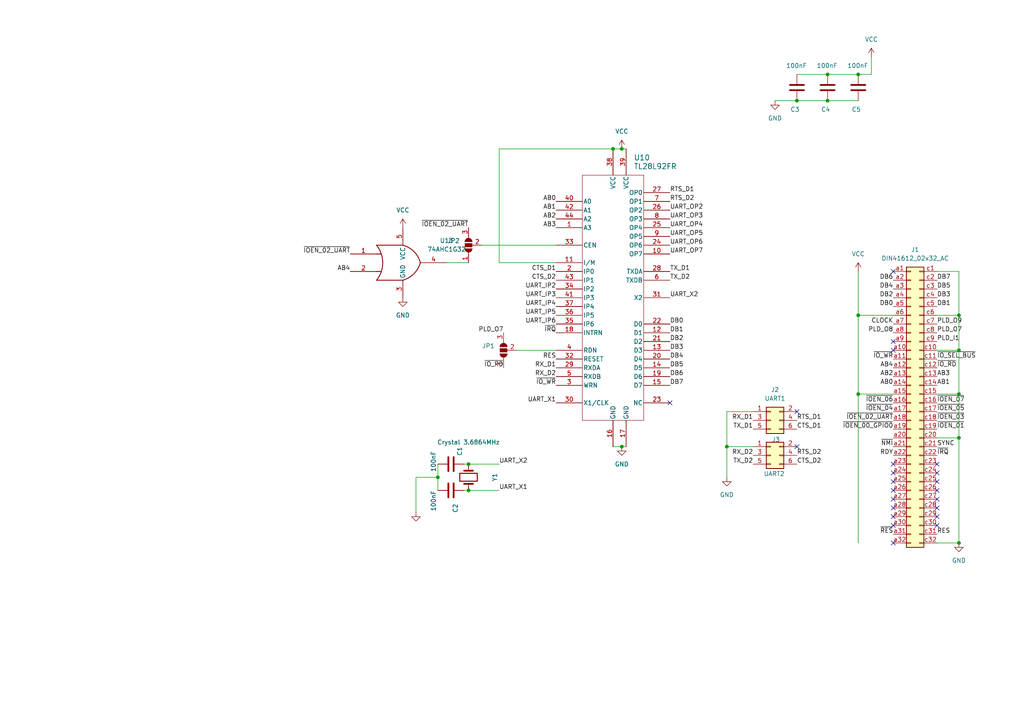
<source format=kicad_sch>
(kicad_sch (version 20250114) (generator "eeschema") (generator_version "9.0")
  (paper "A4")
  (lib_symbols
    (symbol "2024-09-25_17-04-06:TL28L92FR" (pin_names (offset 0.254))
      (property "Reference" "U" (at 29.21 12.7 0))
      (property "Value" "TL28L92FR" (at 30.48 10.16 0))
      (symbol "TL28L92FR_1_1"
        (polyline (pts (xy 7.62 7.62) (xy 7.62 -63.5)) (stroke (width 0.127)))
        (polyline (pts (xy 7.62 -63.5) (xy 25.4 -63.5)) (stroke (width 0.127)))
        (polyline (pts (xy 25.4 7.62) (xy 7.62 7.62)) (stroke (width 0.127)))
        (polyline (pts (xy 25.4 -63.5) (xy 25.4 7.62)) (stroke (width 0.127)))
        (pin input line (at 0 0 0) (length 7.62) (name "A0") (number "40"))
        (pin input line (at 0 -2.54 0) (length 7.62) (name "A1") (number "42"))
        (pin input line (at 0 -5.08 0) (length 7.62) (name "A2") (number "44"))
        (pin input line (at 0 -7.62 0) (length 7.62) (name "A3") (number "1"))
        (pin input line (at 0 -12.7 0) (length 7.62) (name "CEN") (number "33"))
        (pin input line (at 0 -17.78 0) (length 7.62) (name "I/M") (number "11"))
        (pin input line (at 0 -20.32 0) (length 7.62) (name "IP0") (number "2"))
        (pin input line (at 0 -22.86 0) (length 7.62) (name "IP1") (number "43"))
        (pin input line (at 0 -25.4 0) (length 7.62) (name "IP2") (number "34"))
        (pin input line (at 0 -27.94 0) (length 7.62) (name "IP3") (number "41"))
        (pin input line (at 0 -30.48 0) (length 7.62) (name "IP4") (number "37"))
        (pin input line (at 0 -33.02 0) (length 7.62) (name "IP5") (number "36"))
        (pin input line (at 0 -35.56 0) (length 7.62) (name "IP6") (number "35"))
        (pin output line (at 0 -38.1 0) (length 7.62) (name "INTRN") (number "18"))
        (pin input line (at 0 -43.18 0) (length 7.62) (name "RDN") (number "4"))
        (pin input line (at 0 -45.72 0) (length 7.62) (name "RESET") (number "32"))
        (pin input line (at 0 -48.26 0) (length 7.62) (name "RXDA") (number "29"))
        (pin input line (at 0 -50.8 0) (length 7.62) (name "RXDB") (number "5"))
        (pin input line (at 0 -53.34 0) (length 7.62) (name "WRN") (number "3"))
        (pin input line (at 0 -58.42 0) (length 7.62) (name "X1/CLK") (number "30"))
        (pin power_in line (at 16.51 15.24 270) (length 7.62) (name "VCC") (number "38"))
        (pin power_in line (at 16.51 -71.12 90) (length 7.62) (name "GND") (number "16"))
        (pin power_in line (at 20.32 15.24 270) (length 7.62) (name "VCC") (number "39"))
        (pin power_in line (at 20.32 -71.12 90) (length 7.62) (name "GND") (number "17"))
        (pin output line (at 33.02 2.54 180) (length 7.62) (name "OP0") (number "27"))
        (pin output line (at 33.02 0 180) (length 7.62) (name "OP1") (number "7"))
        (pin output line (at 33.02 -2.54 180) (length 7.62) (name "OP2") (number "26"))
        (pin output line (at 33.02 -5.08 180) (length 7.62) (name "OP3") (number "8"))
        (pin output line (at 33.02 -7.62 180) (length 7.62) (name "OP4") (number "25"))
        (pin output line (at 33.02 -10.16 180) (length 7.62) (name "OP5") (number "9"))
        (pin output line (at 33.02 -12.7 180) (length 7.62) (name "OP6") (number "24"))
        (pin output line (at 33.02 -15.24 180) (length 7.62) (name "OP7") (number "10"))
        (pin output line (at 33.02 -20.32 180) (length 7.62) (name "TXDA") (number "28"))
        (pin output line (at 33.02 -22.86 180) (length 7.62) (name "TXDB") (number "6"))
        (pin output line (at 33.02 -27.94 180) (length 7.62) (name "X2") (number "31"))
        (pin bidirectional line (at 33.02 -35.56 180) (length 7.62) (name "D0") (number "22"))
        (pin bidirectional line (at 33.02 -38.1 180) (length 7.62) (name "D1") (number "12"))
        (pin bidirectional line (at 33.02 -40.64 180) (length 7.62) (name "D2") (number "21"))
        (pin bidirectional line (at 33.02 -43.18 180) (length 7.62) (name "D3") (number "13"))
        (pin bidirectional line (at 33.02 -45.72 180) (length 7.62) (name "D4") (number "20"))
        (pin bidirectional line (at 33.02 -48.26 180) (length 7.62) (name "D5") (number "14"))
        (pin bidirectional line (at 33.02 -50.8 180) (length 7.62) (name "D6") (number "19"))
        (pin bidirectional line (at 33.02 -53.34 180) (length 7.62) (name "D7") (number "15"))
        (pin unspecified line (at 33.02 -58.42 180) (length 7.62) (name "NC") (number "23"))
      )
    )
    (symbol "74xGxx:74AHC1G32"
      (property "Reference" "U" (at -2.54 3.81 0))
      (property "Value" "74AHC1G32" (at 0 -3.81 0))
      (symbol "74AHC1G32_0_1"
        (arc (start -7.62 5.08) (mid -5.838 0) (end -7.62 -5.08) (stroke (width 0.254)))
        (polyline (pts (xy -7.62 2.54) (xy -6.35 2.54)) (stroke (width 0.254)) (fill (type background)))
        (polyline (pts (xy -7.62 -2.54) (xy -6.35 -2.54)) (stroke (width 0.254)) (fill (type background)))
        (arc (start 5.08 0) (mid 3.202 -3.202) (end 0 -5.08) (stroke (width 0.254)))
        (arc (start 0 5.08) (mid 3.2271 3.2271) (end 5.08 0) (stroke (width 0.254)))
        (polyline (pts (xy 0 5.08) (xy -7.62 5.08)) (stroke (width 0.254)) (fill (type background)))
        (polyline (pts (xy 0 -5.08) (xy -7.62 -5.08)) (stroke (width 0.254)) (fill (type background)))
      )
      (symbol "74AHC1G32_1_1"
        (pin input line (at -15.24 2.54 0) (length 7.62) (name "~") (number "1"))
        (pin input line (at -15.24 -2.54 0) (length 7.62) (name "~") (number "2"))
        (pin power_in line (at 0 10.16 270) (length 5.08) (name "VCC") (number "5"))
        (pin power_in line (at 0 -10.16 90) (length 5.08) (name "GND") (number "3"))
        (pin output line (at 12.7 0 180) (length 7.62) (name "~") (number "4"))
      )
    )
    (symbol "Connector:DIN41612_02x32_AC" (pin_names (offset 1.016) (hide yes))
      (property "Reference" "J" (at 1.27 40.64 0))
      (property "Value" "DIN41612_02x32_AC" (at 1.27 -43.18 0))
      (symbol "DIN41612_02x32_AC_1_1"
        (rectangle (start -1.27 39.37) (end 3.81 -41.91) (stroke (width 0.254)) (fill (type background)))
        (rectangle (start -1.27 38.227) (end 0 37.973) (stroke (width 0.1524)))
        (rectangle (start -1.27 35.687) (end 0 35.433) (stroke (width 0.1524)))
        (rectangle (start -1.27 33.147) (end 0 32.893) (stroke (width 0.1524)))
        (rectangle (start -1.27 30.607) (end 0 30.353) (stroke (width 0.1524)))
        (rectangle (start -1.27 28.067) (end 0 27.813) (stroke (width 0.1524)))
        (rectangle (start -1.27 25.527) (end 0 25.273) (stroke (width 0.1524)))
        (rectangle (start -1.27 22.987) (end 0 22.733) (stroke (width 0.1524)))
        (rectangle (start -1.27 20.447) (end 0 20.193) (stroke (width 0.1524)))
        (rectangle (start -1.27 17.907) (end 0 17.653) (stroke (width 0.1524)))
        (rectangle (start -1.27 15.367) (end 0 15.113) (stroke (width 0.1524)))
        (rectangle (start -1.27 12.827) (end 0 12.573) (stroke (width 0.1524)))
        (rectangle (start -1.27 10.287) (end 0 10.033) (stroke (width 0.1524)))
        (rectangle (start -1.27 7.747) (end 0 7.493) (stroke (width 0.1524)))
        (rectangle (start -1.27 5.207) (end 0 4.953) (stroke (width 0.1524)))
        (rectangle (start -1.27 2.667) (end 0 2.413) (stroke (width 0.1524)))
        (rectangle (start -1.27 0.127) (end 0 -0.127) (stroke (width 0.1524)))
        (rectangle (start -1.27 -2.413) (end 0 -2.667) (stroke (width 0.1524)))
        (rectangle (start -1.27 -4.953) (end 0 -5.207) (stroke (width 0.1524)))
        (rectangle (start -1.27 -7.493) (end 0 -7.747) (stroke (width 0.1524)))
        (rectangle (start -1.27 -10.033) (end 0 -10.287) (stroke (width 0.1524)))
        (rectangle (start -1.27 -12.573) (end 0 -12.827) (stroke (width 0.1524)))
        (rectangle (start -1.27 -15.113) (end 0 -15.367) (stroke (width 0.1524)))
        (rectangle (start -1.27 -17.653) (end 0 -17.907) (stroke (width 0.1524)))
        (rectangle (start -1.27 -20.193) (end 0 -20.447) (stroke (width 0.1524)))
        (rectangle (start -1.27 -22.733) (end 0 -22.987) (stroke (width 0.1524)))
        (rectangle (start -1.27 -25.273) (end 0 -25.527) (stroke (width 0.1524)))
        (rectangle (start -1.27 -27.813) (end 0 -28.067) (stroke (width 0.1524)))
        (rectangle (start -1.27 -30.353) (end 0 -30.607) (stroke (width 0.1524)))
        (rectangle (start -1.27 -32.893) (end 0 -33.147) (stroke (width 0.1524)))
        (rectangle (start -1.27 -35.433) (end 0 -35.687) (stroke (width 0.1524)))
        (rectangle (start -1.27 -37.973) (end 0 -38.227) (stroke (width 0.1524)))
        (rectangle (start -1.27 -40.513) (end 0 -40.767) (stroke (width 0.1524)))
        (rectangle (start 3.81 38.227) (end 2.54 37.973) (stroke (width 0.1524)))
        (rectangle (start 3.81 35.687) (end 2.54 35.433) (stroke (width 0.1524)))
        (rectangle (start 3.81 33.147) (end 2.54 32.893) (stroke (width 0.1524)))
        (rectangle (start 3.81 30.607) (end 2.54 30.353) (stroke (width 0.1524)))
        (rectangle (start 3.81 28.067) (end 2.54 27.813) (stroke (width 0.1524)))
        (rectangle (start 3.81 25.527) (end 2.54 25.273) (stroke (width 0.1524)))
        (rectangle (start 3.81 22.987) (end 2.54 22.733) (stroke (width 0.1524)))
        (rectangle (start 3.81 20.447) (end 2.54 20.193) (stroke (width 0.1524)))
        (rectangle (start 3.81 17.907) (end 2.54 17.653) (stroke (width 0.1524)))
        (rectangle (start 3.81 15.367) (end 2.54 15.113) (stroke (width 0.1524)))
        (rectangle (start 3.81 12.827) (end 2.54 12.573) (stroke (width 0.1524)))
        (rectangle (start 3.81 10.287) (end 2.54 10.033) (stroke (width 0.1524)))
        (rectangle (start 3.81 7.747) (end 2.54 7.493) (stroke (width 0.1524)))
        (rectangle (start 3.81 5.207) (end 2.54 4.953) (stroke (width 0.1524)))
        (rectangle (start 3.81 2.667) (end 2.54 2.413) (stroke (width 0.1524)))
        (rectangle (start 3.81 0.127) (end 2.54 -0.127) (stroke (width 0.1524)))
        (rectangle (start 3.81 -2.413) (end 2.54 -2.667) (stroke (width 0.1524)))
        (rectangle (start 3.81 -4.953) (end 2.54 -5.207) (stroke (width 0.1524)))
        (rectangle (start 3.81 -7.493) (end 2.54 -7.747) (stroke (width 0.1524)))
        (rectangle (start 3.81 -10.033) (end 2.54 -10.287) (stroke (width 0.1524)))
        (rectangle (start 3.81 -12.573) (end 2.54 -12.827) (stroke (width 0.1524)))
        (rectangle (start 3.81 -15.113) (end 2.54 -15.367) (stroke (width 0.1524)))
        (rectangle (start 3.81 -17.653) (end 2.54 -17.907) (stroke (width 0.1524)))
        (rectangle (start 3.81 -20.193) (end 2.54 -20.447) (stroke (width 0.1524)))
        (rectangle (start 3.81 -22.733) (end 2.54 -22.987) (stroke (width 0.1524)))
        (rectangle (start 3.81 -25.273) (end 2.54 -25.527) (stroke (width 0.1524)))
        (rectangle (start 3.81 -27.813) (end 2.54 -28.067) (stroke (width 0.1524)))
        (rectangle (start 3.81 -30.353) (end 2.54 -30.607) (stroke (width 0.1524)))
        (rectangle (start 3.81 -32.893) (end 2.54 -33.147) (stroke (width 0.1524)))
        (rectangle (start 3.81 -35.433) (end 2.54 -35.687) (stroke (width 0.1524)))
        (rectangle (start 3.81 -37.973) (end 2.54 -38.227) (stroke (width 0.1524)))
        (rectangle (start 3.81 -40.513) (end 2.54 -40.767) (stroke (width 0.1524)))
        (pin passive line (at -5.08 38.1 0) (length 3.81) (name "Pin_a1") (number "a1"))
        (pin passive line (at -5.08 35.56 0) (length 3.81) (name "Pin_a2") (number "a2"))
        (pin passive line (at -5.08 33.02 0) (length 3.81) (name "Pin_a3") (number "a3"))
        (pin passive line (at -5.08 30.48 0) (length 3.81) (name "Pin_a4") (number "a4"))
        (pin passive line (at -5.08 27.94 0) (length 3.81) (name "Pin_a5") (number "a5"))
        (pin passive line (at -5.08 25.4 0) (length 3.81) (name "Pin_a6") (number "a6"))
        (pin passive line (at -5.08 22.86 0) (length 3.81) (name "Pin_a7") (number "a7"))
        (pin passive line (at -5.08 20.32 0) (length 3.81) (name "Pin_a8") (number "a8"))
        (pin passive line (at -5.08 17.78 0) (length 3.81) (name "Pin_a9") (number "a9"))
        (pin passive line (at -5.08 15.24 0) (length 3.81) (name "Pin_a10") (number "a10"))
        (pin passive line (at -5.08 12.7 0) (length 3.81) (name "Pin_a11") (number "a11"))
        (pin passive line (at -5.08 10.16 0) (length 3.81) (name "Pin_a12") (number "a12"))
        (pin passive line (at -5.08 7.62 0) (length 3.81) (name "Pin_a13") (number "a13"))
        (pin passive line (at -5.08 5.08 0) (length 3.81) (name "Pin_a14") (number "a14"))
        (pin passive line (at -5.08 2.54 0) (length 3.81) (name "Pin_a15") (number "a15"))
        (pin passive line (at -5.08 0 0) (length 3.81) (name "Pin_a16") (number "a16"))
        (pin passive line (at -5.08 -2.54 0) (length 3.81) (name "Pin_a17") (number "a17"))
        (pin passive line (at -5.08 -5.08 0) (length 3.81) (name "Pin_a18") (number "a18"))
        (pin passive line (at -5.08 -7.62 0) (length 3.81) (name "Pin_a19") (number "a19"))
        (pin passive line (at -5.08 -10.16 0) (length 3.81) (name "Pin_a20") (number "a20"))
        (pin passive line (at -5.08 -12.7 0) (length 3.81) (name "Pin_a21") (number "a21"))
        (pin passive line (at -5.08 -15.24 0) (length 3.81) (name "Pin_a22") (number "a22"))
        (pin passive line (at -5.08 -17.78 0) (length 3.81) (name "Pin_a23") (number "a23"))
        (pin passive line (at -5.08 -20.32 0) (length 3.81) (name "Pin_a24") (number "a24"))
        (pin passive line (at -5.08 -22.86 0) (length 3.81) (name "Pin_a25") (number "a25"))
        (pin passive line (at -5.08 -25.4 0) (length 3.81) (name "Pin_a26") (number "a26"))
        (pin passive line (at -5.08 -27.94 0) (length 3.81) (name "Pin_a27") (number "a27"))
        (pin passive line (at -5.08 -30.48 0) (length 3.81) (name "Pin_a28") (number "a28"))
        (pin passive line (at -5.08 -33.02 0) (length 3.81) (name "Pin_a29") (number "a29"))
        (pin passive line (at -5.08 -35.56 0) (length 3.81) (name "Pin_a30") (number "a30"))
        (pin passive line (at -5.08 -38.1 0) (length 3.81) (name "Pin_a31") (number "a31"))
        (pin passive line (at -5.08 -40.64 0) (length 3.81) (name "Pin_a32") (number "a32"))
        (pin passive line (at 7.62 38.1 180) (length 3.81) (name "Pin_c1") (number "c1"))
        (pin passive line (at 7.62 35.56 180) (length 3.81) (name "Pin_c2") (number "c2"))
        (pin passive line (at 7.62 33.02 180) (length 3.81) (name "Pin_c3") (number "c3"))
        (pin passive line (at 7.62 30.48 180) (length 3.81) (name "Pin_c4") (number "c4"))
        (pin passive line (at 7.62 27.94 180) (length 3.81) (name "Pin_c5") (number "c5"))
        (pin passive line (at 7.62 25.4 180) (length 3.81) (name "Pin_c6") (number "c6"))
        (pin passive line (at 7.62 22.86 180) (length 3.81) (name "Pin_c7") (number "c7"))
        (pin passive line (at 7.62 20.32 180) (length 3.81) (name "Pin_c8") (number "c8"))
        (pin passive line (at 7.62 17.78 180) (length 3.81) (name "Pin_c9") (number "c9"))
        (pin passive line (at 7.62 15.24 180) (length 3.81) (name "Pin_c10") (number "c10"))
        (pin passive line (at 7.62 12.7 180) (length 3.81) (name "Pin_c11") (number "c11"))
        (pin passive line (at 7.62 10.16 180) (length 3.81) (name "Pin_c12") (number "c12"))
        (pin passive line (at 7.62 7.62 180) (length 3.81) (name "Pin_c13") (number "c13"))
        (pin passive line (at 7.62 5.08 180) (length 3.81) (name "Pin_c14") (number "c14"))
        (pin passive line (at 7.62 2.54 180) (length 3.81) (name "Pin_c15") (number "c15"))
        (pin passive line (at 7.62 0 180) (length 3.81) (name "Pin_c16") (number "c16"))
        (pin passive line (at 7.62 -2.54 180) (length 3.81) (name "Pin_c17") (number "c17"))
        (pin passive line (at 7.62 -5.08 180) (length 3.81) (name "Pin_c18") (number "c18"))
        (pin passive line (at 7.62 -7.62 180) (length 3.81) (name "Pin_c19") (number "c19"))
        (pin passive line (at 7.62 -10.16 180) (length 3.81) (name "Pin_c20") (number "c20"))
        (pin passive line (at 7.62 -12.7 180) (length 3.81) (name "Pin_c21") (number "c21"))
        (pin passive line (at 7.62 -15.24 180) (length 3.81) (name "Pin_c22") (number "c22"))
        (pin passive line (at 7.62 -17.78 180) (length 3.81) (name "Pin_c23") (number "c23"))
        (pin passive line (at 7.62 -20.32 180) (length 3.81) (name "Pin_c24") (number "c24"))
        (pin passive line (at 7.62 -22.86 180) (length 3.81) (name "Pin_c25") (number "c25"))
        (pin passive line (at 7.62 -25.4 180) (length 3.81) (name "Pin_c26") (number "c26"))
        (pin passive line (at 7.62 -27.94 180) (length 3.81) (name "Pin_c27") (number "c27"))
        (pin passive line (at 7.62 -30.48 180) (length 3.81) (name "Pin_c28") (number "c28"))
        (pin passive line (at 7.62 -33.02 180) (length 3.81) (name "Pin_c29") (number "c29"))
        (pin passive line (at 7.62 -35.56 180) (length 3.81) (name "Pin_c30") (number "c30"))
        (pin passive line (at 7.62 -38.1 180) (length 3.81) (name "Pin_c31") (number "c31"))
        (pin passive line (at 7.62 -40.64 180) (length 3.81) (name "Pin_c32") (number "c32"))
      )
    )
    (symbol "Connector_Generic:Conn_02x03_Odd_Even" (pin_names (offset 1.016) (hide yes))
      (property "Reference" "J" (at 1.27 5.08 0))
      (property "Value" "Conn_02x03_Odd_Even" (at 1.27 -5.08 0))
      (symbol "Conn_02x03_Odd_Even_1_1"
        (rectangle (start -1.27 3.81) (end 3.81 -3.81) (stroke (width 0.254)) (fill (type background)))
        (rectangle (start -1.27 2.667) (end 0 2.413) (stroke (width 0.1524)))
        (rectangle (start -1.27 0.127) (end 0 -0.127) (stroke (width 0.1524)))
        (rectangle (start -1.27 -2.413) (end 0 -2.667) (stroke (width 0.1524)))
        (rectangle (start 3.81 2.667) (end 2.54 2.413) (stroke (width 0.1524)))
        (rectangle (start 3.81 0.127) (end 2.54 -0.127) (stroke (width 0.1524)))
        (rectangle (start 3.81 -2.413) (end 2.54 -2.667) (stroke (width 0.1524)))
        (pin passive line (at -5.08 2.54 0) (length 3.81) (name "Pin_1") (number "1"))
        (pin passive line (at -5.08 0 0) (length 3.81) (name "Pin_3") (number "3"))
        (pin passive line (at -5.08 -2.54 0) (length 3.81) (name "Pin_5") (number "5"))
        (pin passive line (at 7.62 2.54 180) (length 3.81) (name "Pin_2") (number "2"))
        (pin passive line (at 7.62 0 180) (length 3.81) (name "Pin_4") (number "4"))
        (pin passive line (at 7.62 -2.54 180) (length 3.81) (name "Pin_6") (number "6"))
      )
    )
    (symbol "Device:C" (pin_numbers (hide yes)) (pin_names (offset 0.254))
      (property "Reference" "C" (at 0.635 2.54 0))
      (property "Value" "C" (at 0.635 -2.54 0))
      (symbol "C_0_1"
        (polyline (pts (xy -2.032 0.762) (xy 2.032 0.762)) (stroke (width 0.508)))
        (polyline (pts (xy -2.032 -0.762) (xy 2.032 -0.762)) (stroke (width 0.508)))
      )
      (symbol "C_1_1"
        (pin passive line (at 0 3.81 270) (length 2.794) (name "~") (number "1"))
        (pin passive line (at 0 -3.81 90) (length 2.794) (name "~") (number "2"))
      )
    )
    (symbol "Device:Crystal" (pin_numbers (hide yes)) (pin_names (offset 1.016) (hide yes))
      (property "Reference" "Y" (at 0 3.81 0))
      (property "Value" "Crystal" (at 0 -3.81 0))
      (symbol "Crystal_0_1"
        (polyline (pts (xy -2.54 0) (xy -1.905 0)))
        (polyline (pts (xy -1.905 -1.27) (xy -1.905 1.27)) (stroke (width 0.508)))
        (rectangle (start -1.143 2.54) (end 1.143 -2.54) (stroke (width 0.3048)))
        (polyline (pts (xy 1.905 -1.27) (xy 1.905 1.27)) (stroke (width 0.508)))
        (polyline (pts (xy 2.54 0) (xy 1.905 0)))
      )
      (symbol "Crystal_1_1"
        (pin passive line (at -3.81 0 0) (length 1.27) (name "1") (number "1"))
        (pin passive line (at 3.81 0 180) (length 1.27) (name "2") (number "2"))
      )
    )
    (symbol "Jumper:SolderJumper_3_Open" (pin_names (offset 0) (hide yes)) (in_bom no)
      (property "Reference" "JP" (at -2.54 -2.54 0))
      (property "Value" "SolderJumper_3_Open" (at 0 2.794 0))
      (symbol "SolderJumper_3_Open_0_1"
        (polyline (pts (xy -2.54 0) (xy -2.032 0)))
        (polyline (pts (xy -1.016 1.016) (xy -1.016 -1.016)))
        (arc (start -1.016 -1.016) (mid -2.0276 0) (end -1.016 1.016))
        (arc (start -1.016 -1.016) (mid -2.0276 0) (end -1.016 1.016) (fill (type outline)))
        (rectangle (start -0.508 1.016) (end 0.508 -1.016) (fill (type outline)))
        (polyline (pts (xy 0 -1.27) (xy 0 -1.016)))
        (arc (start 1.016 1.016) (mid 2.0276 0) (end 1.016 -1.016))
        (arc (start 1.016 1.016) (mid 2.0276 0) (end 1.016 -1.016) (fill (type outline)))
        (polyline (pts (xy 1.016 1.016) (xy 1.016 -1.016)))
        (polyline (pts (xy 2.54 0) (xy 2.032 0)))
      )
      (symbol "SolderJumper_3_Open_1_1"
        (pin passive line (at -5.08 0 0) (length 2.54) (name "A") (number "1"))
        (pin passive line (at 0 -3.81 90) (length 2.54) (name "C") (number "2"))
        (pin passive line (at 5.08 0 180) (length 2.54) (name "B") (number "3"))
      )
    )
    (symbol "power:GND" (power) (pin_names (offset 0))
      (property "Value" "GND" (at 0 -3.81 0))
      (symbol "GND_0_1"
        (polyline (pts (xy 0 0) (xy 0 -1.27) (xy 1.27 -1.27) (xy 0 -2.54) (xy -1.27 -1.27) (xy 0 -1.27)))
      )
      (symbol "GND_1_1"
        (pin power_in line (at 0 0 270) (length 0) (hide yes) (name "GND") (number "1"))
      )
    )
    (symbol "power:VCC" (power) (pin_names (offset 0))
      (property "Value" "VCC" (at 0 3.81 0))
      (symbol "VCC_0_1"
        (polyline (pts (xy -0.762 1.27) (xy 0 2.54)))
        (polyline (pts (xy 0 2.54) (xy 0.762 1.27)))
        (polyline (pts (xy 0 0) (xy 0 2.54)))
      )
      (symbol "VCC_1_1"
        (pin power_in line (at 0 0 90) (length 0) (hide yes) (name "VCC") (number "1"))
      )
    )
  )
  (junction (at 248.92 91.44))
  (junction (at 135.89 134.62))
  (junction (at 248.92 21.59))
  (junction (at 177.8 43.18))
  (junction (at 240.03 29.21))
  (junction (at 180.34 43.18))
  (junction (at 127 138.43))
  (junction (at 135.89 142.24))
  (junction (at 278.13 127))
  (junction (at 180.34 129.54))
  (junction (at 231.14 29.21))
  (junction (at 278.13 114.3))
  (junction (at 210.82 129.54))
  (junction (at 278.13 157.48))
  (junction (at 278.13 91.44))
  (junction (at 240.03 21.59))
  (junction (at 278.13 101.6))
  (junction (at 248.92 114.3))
  (no_connect (at 271.78 137.16))
  (no_connect (at 271.78 144.78))
  (no_connect (at 259.08 134.62))
  (no_connect (at 259.08 152.4))
  (no_connect (at 259.08 99.06))
  (no_connect (at 259.08 137.16))
  (no_connect (at 259.08 157.48))
  (no_connect (at 271.78 134.62))
  (no_connect (at 271.78 149.86))
  (no_connect (at 259.08 147.32))
  (no_connect (at 194.31 116.84))
  (no_connect (at 271.78 152.4))
  (no_connect (at 271.78 147.32))
  (no_connect (at 259.08 149.86))
  (no_connect (at 259.08 101.6))
  (no_connect (at 259.08 139.7))
  (no_connect (at 231.14 129.54))
  (no_connect (at 231.14 119.38))
  (no_connect (at 271.78 142.24))
  (no_connect (at 259.08 78.74))
  (no_connect (at 259.08 142.24))
  (no_connect (at 271.78 139.7))
  (no_connect (at 259.08 144.78))
  (wire (pts (xy 127 134.62) (xy 127 138.43)))
  (wire (pts (xy 252.73 16.51) (xy 252.73 21.59)))
  (wire (pts (xy 180.34 129.54) (xy 181.61 129.54)))
  (wire (pts (xy 210.82 119.38) (xy 218.44 119.38)))
  (wire (pts (xy 271.78 127) (xy 278.13 127)))
  (wire (pts (xy 135.89 142.24) (xy 134.62 142.24)))
  (wire (pts (xy 248.92 91.44) (xy 259.08 91.44)))
  (wire (pts (xy 240.03 29.21) (xy 248.92 29.21)))
  (wire (pts (xy 278.13 127) (xy 278.13 157.48)))
  (wire (pts (xy 278.13 78.74) (xy 278.13 91.44)))
  (wire (pts (xy 177.8 43.18) (xy 180.34 43.18)))
  (wire (pts (xy 210.82 138.43) (xy 210.82 129.54)))
  (wire (pts (xy 248.92 78.74) (xy 248.92 91.44)))
  (wire (pts (xy 224.79 29.21) (xy 231.14 29.21)))
  (wire (pts (xy 248.92 21.59) (xy 240.03 21.59)))
  (wire (pts (xy 120.65 138.43) (xy 120.65 148.59)))
  (wire (pts (xy 248.92 114.3) (xy 259.08 114.3)))
  (wire (pts (xy 135.89 134.62) (xy 134.62 134.62)))
  (wire (pts (xy 271.78 114.3) (xy 278.13 114.3)))
  (wire (pts (xy 149.86 101.6) (xy 161.29 101.6)))
  (wire (pts (xy 144.78 142.24) (xy 135.89 142.24)))
  (wire (pts (xy 278.13 157.48) (xy 271.78 157.48)))
  (wire (pts (xy 144.78 43.18) (xy 177.8 43.18)))
  (wire (pts (xy 180.34 43.18) (xy 181.61 43.18)))
  (wire (pts (xy 120.65 138.43) (xy 127 138.43)))
  (wire (pts (xy 127 138.43) (xy 127 142.24)))
  (wire (pts (xy 278.13 91.44) (xy 278.13 101.6)))
  (wire (pts (xy 161.29 76.2) (xy 144.78 76.2)))
  (wire (pts (xy 210.82 129.54) (xy 210.82 119.38)))
  (wire (pts (xy 278.13 101.6) (xy 278.13 114.3)))
  (wire (pts (xy 252.73 21.59) (xy 248.92 21.59)))
  (wire (pts (xy 177.8 129.54) (xy 180.34 129.54)))
  (wire (pts (xy 248.92 114.3) (xy 248.92 157.48)))
  (wire (pts (xy 144.78 134.62) (xy 135.89 134.62)))
  (wire (pts (xy 210.82 129.54) (xy 218.44 129.54)))
  (wire (pts (xy 129.54 76.2) (xy 135.89 76.2)))
  (wire (pts (xy 271.78 78.74) (xy 278.13 78.74)))
  (wire (pts (xy 240.03 21.59) (xy 231.14 21.59)))
  (wire (pts (xy 144.78 76.2) (xy 144.78 43.18)))
  (wire (pts (xy 248.92 91.44) (xy 248.92 114.3)))
  (wire (pts (xy 139.7 71.12) (xy 161.29 71.12)))
  (wire (pts (xy 271.78 91.44) (xy 278.13 91.44)))
  (wire (pts (xy 271.78 101.6) (xy 278.13 101.6)))
  (wire (pts (xy 278.13 114.3) (xy 278.13 127)))
  (wire (pts (xy 231.14 29.21) (xy 240.03 29.21)))
  (label "UART_IP5" (at 161.29 91.44 180))
  (label "RDY" (at 259.08 132.08 180))
  (label "~{IOEN_06}" (at 259.08 116.84 180))
  (label "~{IO_SEL_BUS}" (at 271.78 104.14 0))
  (label "~{IOEN_02_UART}" (at 135.89 66.04 180))
  (label "UART_X1" (at 144.78 142.24 0))
  (label "DB7" (at 271.78 81.28 0))
  (label "RTS_D1" (at 231.14 121.92 0))
  (label "DB3" (at 271.78 86.36 0))
  (label "DB1" (at 194.31 96.52 0))
  (label "RTS_D2" (at 231.14 132.08 0))
  (label "~{IOEN_02_UART}" (at 259.08 121.92 180))
  (label "DB4" (at 194.31 104.14 0))
  (label "AB1" (at 271.78 111.76 0))
  (label "UART_IP2" (at 161.29 83.82 180))
  (label "AB0" (at 259.08 111.76 180))
  (label "~{IRQ}" (at 161.29 96.52 180))
  (label "RX_D2" (at 161.29 109.22 180))
  (label "~{IOEN_05}" (at 271.78 119.38 0))
  (label "UART_IP4" (at 161.29 88.9 180))
  (label "~{IOEN_01}" (at 271.78 124.46 0))
  (label "~{IOEN_03}" (at 271.78 121.92 0))
  (label "UART_IP6" (at 161.29 93.98 180))
  (label "RES" (at 161.29 104.14 180))
  (label "DB1" (at 271.78 88.9 0))
  (label "CLOCK" (at 259.08 93.98 180))
  (label "~{NMI}" (at 259.08 129.54 180))
  (label "~{IO_WR}" (at 161.29 111.76 180))
  (label "AB2" (at 259.08 109.22 180))
  (label "DB2" (at 259.08 86.36 180))
  (label "~{IO_WR}" (at 259.08 104.14 180))
  (label "~{IO_RD}" (at 271.78 106.68 0))
  (label "~{IOEN_07}" (at 271.78 116.84 0))
  (label "TX_D1" (at 194.31 78.74 0))
  (label "RES" (at 271.78 154.94 0))
  (label "PLD_O7" (at 146.05 96.52 180))
  (label "CTS_D1" (at 231.14 124.46 0))
  (label "CTS_D2" (at 161.29 81.28 180))
  (label "CTS_D1" (at 161.29 78.74 180))
  (label "~{IOEN_04}" (at 259.08 119.38 180))
  (label "DB6" (at 259.08 81.28 180))
  (label "UART_X1" (at 161.29 116.84 180))
  (label "AB4" (at 259.08 106.68 180))
  (label "PLD_O9" (at 271.78 93.98 0))
  (label "CTS_D2" (at 231.14 134.62 0))
  (label "PLD_O7" (at 271.78 96.52 0))
  (label "UART_OP2" (at 194.31 60.96 0))
  (label "UART_OP6" (at 194.31 71.12 0))
  (label "AB3" (at 161.29 66.04 180))
  (label "~{IRQ}" (at 271.78 132.08 0))
  (label "TX_D1" (at 218.44 124.46 180))
  (label "~{IOEN_02_UART}" (at 101.6 73.66 180))
  (label "UART_X2" (at 144.78 134.62 0))
  (label "PLD_I1" (at 271.78 99.06 0))
  (label "RX_D1" (at 218.44 121.92 180))
  (label "SYNC" (at 271.78 129.54 0))
  (label "DB5" (at 194.31 106.68 0))
  (label "DB4" (at 259.08 83.82 180))
  (label "RTS_D2" (at 194.31 58.42 0))
  (label "UART_IP3" (at 161.29 86.36 180))
  (label "~{IO_RD}" (at 146.05 106.68 180))
  (label "DB5" (at 271.78 83.82 0))
  (label "RTS_D1" (at 194.31 55.88 0))
  (label "DB6" (at 194.31 109.22 0))
  (label "AB2" (at 161.29 63.5 180))
  (label "DB0" (at 259.08 88.9 180))
  (label "PLD_O8" (at 259.08 96.52 180))
  (label "DB2" (at 194.31 99.06 0))
  (label "TX_D2" (at 218.44 134.62 180))
  (label "RX_D2" (at 218.44 132.08 180))
  (label "UART_OP5" (at 194.31 68.58 0))
  (label "~{IOEN_00_GPIO0}" (at 259.08 124.46 180))
  (label "UART_OP4" (at 194.31 66.04 0))
  (label "DB7" (at 194.31 111.76 0))
  (label "UART_X2" (at 194.31 86.36 0))
  (label "AB1" (at 161.29 60.96 180))
  (label "DB3" (at 194.31 101.6 0))
  (label "RX_D1" (at 161.29 106.68 180))
  (label "UART_OP3" (at 194.31 63.5 0))
  (label "TX_D2" (at 194.31 81.28 0))
  (label "~{RES}" (at 259.08 154.94 180))
  (label "AB3" (at 271.78 109.22 0))
  (label "AB0" (at 161.29 58.42 180))
  (label "UART_OP7" (at 194.31 73.66 0))
  (label "DB0" (at 194.31 93.98 0))
  (label "AB4" (at 101.6 78.74 180))
  (symbol (lib_id "Device:C") (at 240.03 25.4 0) (unit 1)
    (property "Reference" "C4" (at 238.125 31.75 0) (effects (justify left)))
    (property "Value" "100nF" (at 236.855 19.05 0) (effects (justify left)))
    (property "Footprint" "Capacitor_SMD:C_0805_2012Metric_Pad1.18x1.45mm_HandSolder" (effects (hide yes)))
  )
  (symbol (lib_id "power:GND") (at 210.82 138.43 0) (mirror y) (unit 1)
    (property "Reference" "#PWR029" (effects (hide yes)))
    (property "Value" "GND" (at 210.82 143.51 0))
  )
  (symbol (lib_id "power:GND") (at 116.84 86.36 0) (unit 1)
    (property "Reference" "#PWR042" (effects (hide yes)))
    (property "Value" "GND" (at 116.84 91.44 0))
  )
  (symbol (lib_id "Jumper:SolderJumper_3_Open") (at 135.89 71.12 90) (unit 1) (in_bom no)
    (property "Reference" "JP2" (at 133.35 69.8499 90) (effects (justify left)))
    (property "Value" "SolderJumper_3_Open" (effects (hide yes)))
    (property "Footprint" "Jumper:SolderJumper-3_P1.3mm_Open_RoundedPad1.0x1.5mm_NumberLabels" (effects (hide yes)))
    (property "Description" "Solder Jumper, 3-pole, open" (effects (hide yes)))
  )
  (symbol (lib_id "74xGxx:74AHC1G32") (at 116.84 76.2 0) (unit 1)
    (property "Reference" "U13" (at 129.54 69.7798 0))
    (property "Value" "74AHC1G32" (at 129.54 72.3198 0))
    (property "Footprint" "Package_TO_SOT_SMD:SOT-23-5_HandSoldering" (effects (hide yes)))
    (property "Datasheet" "http://www.ti.com/lit/sg/scyt129e/scyt129e.pdf" (effects (hide yes)))
    (property "Description" "Single OR Gate, Low-Voltage CMOS" (effects (hide yes)))
  )
  (symbol (lib_id "Device:Crystal") (at 135.89 138.43 90) (unit 1)
    (property "Reference" "Y1" (at 143.51 138.43 0))
    (property "Value" "Crystal 3.6864MHz" (at 135.89 128.27 90))
    (property "Footprint" "Crystal:Crystal_HC49-4H_Vertical" (effects (hide yes)))
  )
  (symbol (lib_id "Device:C") (at 248.92 25.4 0) (unit 1)
    (property "Reference" "C5" (at 247.015 31.75 0) (effects (justify left)))
    (property "Value" "100nF" (at 245.745 19.05 0) (effects (justify left)))
    (property "Footprint" "Capacitor_SMD:C_0805_2012Metric_Pad1.18x1.45mm_HandSolder" (effects (hide yes)))
  )
  (symbol (lib_id "Device:C") (at 231.14 25.4 0) (unit 1)
    (property "Reference" "C3" (at 229.235 31.75 0) (effects (justify left)))
    (property "Value" "100nF" (at 227.965 19.05 0) (effects (justify left)))
    (property "Footprint" "Capacitor_SMD:C_0805_2012Metric_Pad1.18x1.45mm_HandSolder" (effects (hide yes)))
  )
  (symbol (lib_id "Device:C") (at 130.81 142.24 270) (unit 1)
    (property "Reference" "C2" (at 132.08 146.05 0) (effects (justify left)))
    (property "Value" "100nF" (at 125.73 142.24 0) (effects (justify left)))
    (property "Footprint" "Capacitor_THT:C_Disc_D4.7mm_W2.5mm_P5.00mm" (effects (hide yes)))
  )
  (symbol (lib_id "power:VCC") (at 116.84 66.04 0) (unit 1)
    (property "Reference" "#PWR041" (effects (hide yes)))
    (property "Value" "VCC" (at 116.84 60.96 0))
  )
  (symbol (lib_id "Connector_Generic:Conn_02x03_Odd_Even") (at 223.52 121.92 0) (unit 1)
    (property "Reference" "J2" (at 224.79 113.03 0))
    (property "Value" "UART1" (at 224.79 115.57 0))
    (property "Footprint" "Connector_PinHeader_2.54mm:PinHeader_2x03_P2.54mm_Horizontal" (effects (hide yes)))
    (property "Description" "Generic connector, double row, 02x03, odd/even pin numbering scheme (row 1 odd numbers, row 2 even numbers), script generated (kicad-library-utils/schlib/autogen/connector/)" (effects (hide yes)))
  )
  (symbol (lib_id "power:VCC") (at 248.92 78.74 0) (unit 1)
    (property "Reference" "#PWR026" (effects (hide yes)))
    (property "Value" "VCC" (at 248.92 73.66 0))
  )
  (symbol (lib_id "power:GND") (at 120.65 148.59 0) (unit 1)
    (property "Reference" "#PWR017" (effects (hide yes)))
    (property "Value" "GND" (effects (hide yes)))
  )
  (symbol (lib_id "power:GND") (at 180.34 129.54 0) (unit 1)
    (property "Reference" "#PWR038" (effects (hide yes)))
    (property "Value" "GND" (at 180.34 134.62 0))
  )
  (symbol (lib_id "Jumper:SolderJumper_3_Open") (at 146.05 101.6 90) (unit 1) (in_bom no)
    (property "Reference" "JP1" (at 143.51 100.3299 90) (effects (justify left)))
    (property "Value" "SolderJumper_3_Open" (effects (hide yes)))
    (property "Footprint" "Jumper:SolderJumper-3_P1.3mm_Open_RoundedPad1.0x1.5mm_NumberLabels" (effects (hide yes)))
    (property "Description" "Solder Jumper, 3-pole, open" (effects (hide yes)))
  )
  (symbol (lib_id "2024-09-25_17-04-06:TL28L92FR") (at 161.29 58.42 0) (unit 1)
    (property "Reference" "U10" (at 183.8041 45.72 0) (effects (font (size 1.524 1.524)) (justify left)))
    (property "Value" "TL28L92FR" (at 183.8041 48.26 0) (effects (font (size 1.524 1.524)) (justify left)))
    (property "Footprint" "Package_QFP:MQFP-44_10x10mm_P0.8mm" (effects (hide yes)))
    (property "Datasheet" "TL28L92FR" (effects (hide yes)))
  )
  (symbol (lib_id "Device:C") (at 130.81 134.62 270) (unit 1)
    (property "Reference" "C1" (at 133.35 129.54 0) (effects (justify left)))
    (property "Value" "100nF" (at 125.73 130.81 0) (effects (justify left)))
    (property "Footprint" "Capacitor_THT:C_Disc_D4.7mm_W2.5mm_P5.00mm" (effects (hide yes)))
  )
  (symbol (lib_id "Connector:DIN41612_02x32_AC") (at 264.16 116.84 0) (unit 1)
    (property "Reference" "J1" (at 265.43 72.39 0))
    (property "Value" "DIN41612_02x32_AC" (at 265.43 74.93 0))
    (property "Footprint" "Connector_DIN:DIN41612_C_2x32_Male_Horizontal_THT" (effects (hide yes)))
  )
  (symbol (lib_id "Connector_Generic:Conn_02x03_Odd_Even") (at 223.52 132.08 0) (unit 1)
    (property "Reference" "J3" (at 225.044 127.508 0))
    (property "Value" "UART2" (at 224.536 137.414 0))
    (property "Footprint" "Connector_PinHeader_2.54mm:PinHeader_2x03_P2.54mm_Horizontal" (effects (hide yes)))
    (property "Description" "Generic connector, double row, 02x03, odd/even pin numbering scheme (row 1 odd numbers, row 2 even numbers), script generated (kicad-library-utils/schlib/autogen/connector/)" (effects (hide yes)))
  )
  (symbol (lib_id "power:VCC") (at 180.34 43.18 0) (unit 1)
    (property "Reference" "#PWR039" (effects (hide yes)))
    (property "Value" "VCC" (at 180.34 38.1 0))
  )
  (symbol (lib_id "power:VCC") (at 252.73 16.51 0) (unit 1)
    (property "Reference" "#PWR040" (effects (hide yes)))
    (property "Value" "VCC" (at 252.73 11.43 0))
  )
  (symbol (lib_id "power:GND") (at 224.79 29.21 0) (unit 1)
    (property "Reference" "#PWR023" (effects (hide yes)))
    (property "Value" "GND" (at 224.79 34.29 0))
  )
  (symbol (lib_id "power:GND") (at 278.13 157.48 0) (unit 1)
    (property "Reference" "#PWR025" (effects (hide yes)))
    (property "Value" "GND" (at 278.13 162.56 0))
  )
)
</source>
